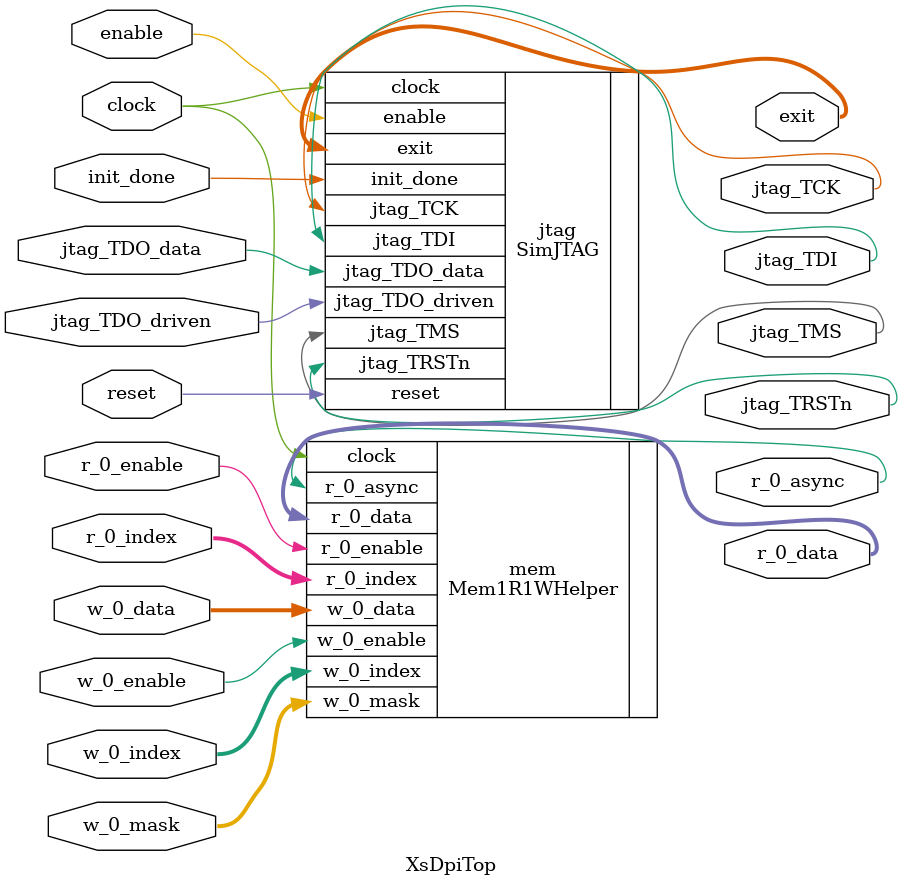
<source format=sv>
module XsDpiTop (
    input  logic        clock,
    input  logic        reset,
    input  logic        enable,
    input  logic        init_done,
    input  logic        r_0_enable,
    input  logic [63:0] r_0_index,
    output logic [63:0] r_0_data,
    output logic        r_0_async,
    input  logic        w_0_enable,
    input  logic [63:0] w_0_index,
    input  logic [63:0] w_0_data,
    input  logic [63:0] w_0_mask,
    input  logic        jtag_TDO_data,
    input  logic        jtag_TDO_driven,
    output logic        jtag_TCK,
    output logic        jtag_TMS,
    output logic        jtag_TDI,
    output logic        jtag_TRSTn,
    output logic [31:0] exit
);

    localparam int RAM_SIZE = 64;

    Mem1R1WHelper #(
        .RAM_SIZE(RAM_SIZE)
    ) mem (
        .clock      (clock),
        .r_0_enable (r_0_enable),
        .r_0_index  (r_0_index),
        .r_0_data   (r_0_data),
        .r_0_async  (r_0_async),
        .w_0_enable (w_0_enable),
        .w_0_index  (w_0_index),
        .w_0_data   (w_0_data),
        .w_0_mask   (w_0_mask)
    );

    SimJTAG #(
        .TICK_DELAY(1)
    ) jtag (
        .clock          (clock),
        .reset          (reset),
        .enable         (enable),
        .init_done      (init_done),
        .jtag_TCK       (jtag_TCK),
        .jtag_TMS       (jtag_TMS),
        .jtag_TDI       (jtag_TDI),
        .jtag_TRSTn     (jtag_TRSTn),
        .jtag_TDO_data  (jtag_TDO_data),
        .jtag_TDO_driven(jtag_TDO_driven),
        .exit           (exit)
    );

endmodule

</source>
